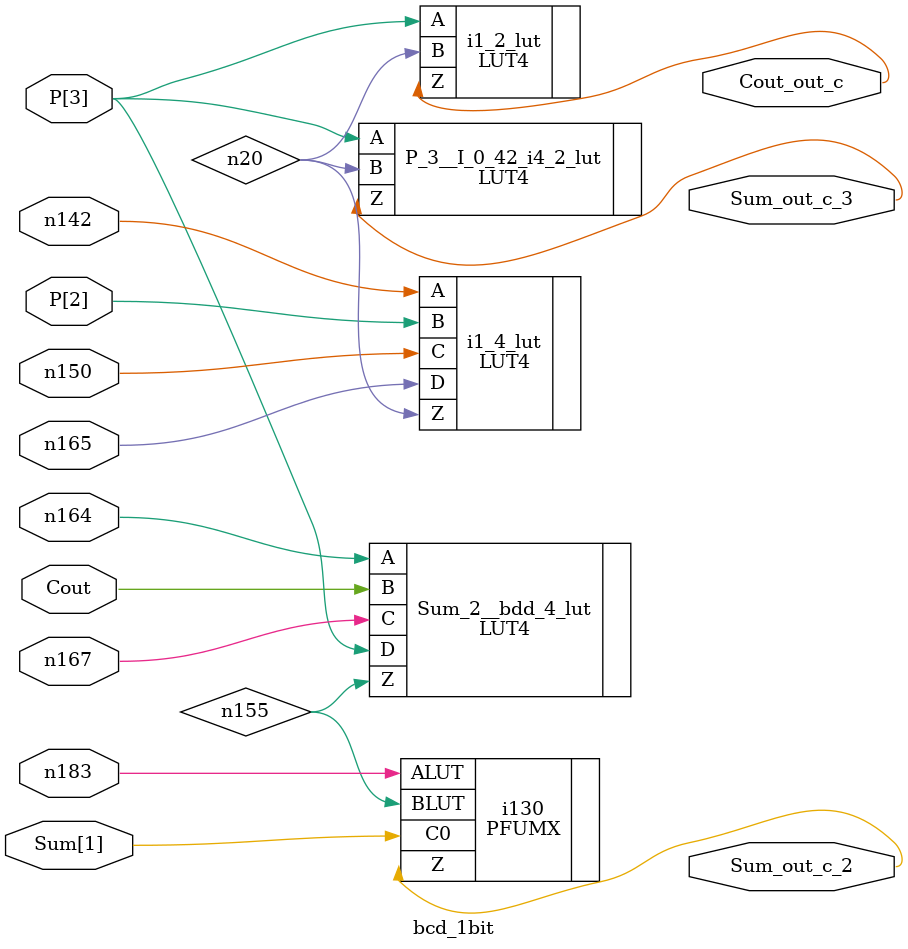
<source format=v>

module somador_bcd (Cin, A, B, Cout_out, Sum_out);   // d:/rtl_fpga/verilog/aula20_bcd/somador_bcd.vhd(3[8:19])
    input Cin;   // d:/rtl_fpga/verilog/aula20_bcd/somador_bcd.vhd(5[3:6])
    input [3:0]A;   // d:/rtl_fpga/verilog/aula20_bcd/somador_bcd.vhd(6[4:5])
    input [3:0]B;   // d:/rtl_fpga/verilog/aula20_bcd/somador_bcd.vhd(6[6:7])
    output Cout_out;   // d:/rtl_fpga/verilog/aula20_bcd/somador_bcd.vhd(7[4:12])
    output [3:0]Sum_out;   // d:/rtl_fpga/verilog/aula20_bcd/somador_bcd.vhd(8[4:11])
    
    
    wire Cin_c, A_c_3, A_c_2, A_c_1, A_c_0, B_c_3, B_c_2, B_c_1, 
        B_c_0, Cout_out_c, Sum_out_c_3, Sum_out_c_2, Sum_out_c_1, 
        Sum_out_c_0;
    wire [3:0]Sum;   // d:/rtl_fpga/verilog/aula20_bcd/somador_bcd.vhd(31[8:11])
    
    wire VCC_net, Cout, GND_net;
    wire [3:0]P;   // d:/rtl_fpga/verilog/aula20_bcd/bcd_1bit.vhd(16[9:10])
    
    wire n183;
    wire [3:0]P_adj_37;   // d:/rtl_fpga/verilog/aula20_bcd/bcd_1bit.vhd(16[9:10])
    
    wire n165, n164, n150, n163, n142, n167;
    
    VLO i141 (.Z(GND_net));
    OB Sum_out_pad_2 (.I(Sum_out_c_2), .O(Sum_out[2]));   // d:/rtl_fpga/verilog/aula20_bcd/somador_bcd.vhd(8[4:11])
    IB A_pad_2 (.I(A[2]), .O(A_c_2));   // d:/rtl_fpga/verilog/aula20_bcd/somador_bcd.vhd(6[4:5])
    IB A_pad_3 (.I(A[3]), .O(A_c_3));   // d:/rtl_fpga/verilog/aula20_bcd/somador_bcd.vhd(6[4:5])
    OB Sum_out_pad_3 (.I(Sum_out_c_3), .O(Sum_out[3]));   // d:/rtl_fpga/verilog/aula20_bcd/somador_bcd.vhd(8[4:11])
    IB Cin_pad (.I(Cin), .O(Cin_c));   // d:/rtl_fpga/verilog/aula20_bcd/somador_bcd.vhd(5[3:6])
    OB Cout_out_pad (.I(Cout_out_c), .O(Cout_out));   // d:/rtl_fpga/verilog/aula20_bcd/somador_bcd.vhd(7[4:12])
    IB A_pad_1 (.I(A[1]), .O(A_c_1));   // d:/rtl_fpga/verilog/aula20_bcd/somador_bcd.vhd(6[4:5])
    OB Sum_out_pad_0 (.I(Sum_out_c_0), .O(Sum_out[0]));   // d:/rtl_fpga/verilog/aula20_bcd/somador_bcd.vhd(8[4:11])
    OB Sum_out_pad_1 (.I(Sum_out_c_1), .O(Sum_out[1]));   // d:/rtl_fpga/verilog/aula20_bcd/somador_bcd.vhd(8[4:11])
    GSR GSR_INST (.GSR(VCC_net));
    IB A_pad_0 (.I(A[0]), .O(A_c_0));   // d:/rtl_fpga/verilog/aula20_bcd/somador_bcd.vhd(6[4:5])
    IB B_pad_3 (.I(B[3]), .O(B_c_3));   // d:/rtl_fpga/verilog/aula20_bcd/somador_bcd.vhd(6[6:7])
    IB B_pad_2 (.I(B[2]), .O(B_c_2));   // d:/rtl_fpga/verilog/aula20_bcd/somador_bcd.vhd(6[6:7])
    IB B_pad_1 (.I(B[1]), .O(B_c_1));   // d:/rtl_fpga/verilog/aula20_bcd/somador_bcd.vhd(6[6:7])
    IB B_pad_0 (.I(B[0]), .O(B_c_0));   // d:/rtl_fpga/verilog/aula20_bcd/somador_bcd.vhd(6[6:7])
    bcd_1bit_U0 s1 (.A_c_2(A_c_2), .B_c_2(B_c_2), .A_c_0(A_c_0), .B_c_0(B_c_0), 
            .Cout(Cout), .Cin_c(Cin_c), .Sum_out_c_0(Sum_out_c_0), .A_c_1(A_c_1), 
            .B_c_1(B_c_1), .n165(n165), .\P[2] (P[2]), .\P[3] (P_adj_37[3]), 
            .\Sum[1] (Sum[1]), .n150(n150), .n183(n183), .n164(n164), 
            .A_c_3(A_c_3), .B_c_3(B_c_3), .n167(n167), .n163(n163));   // d:/rtl_fpga/verilog/aula20_bcd/somador_bcd.vhd(36[6:14])
    VHI i59 (.Z(VCC_net));
    corretor c1 (.\P[3] (P_adj_37[3]), .\Sum[1] (Sum[1]), .n164(n164), 
            .Cout(Cout), .n142(n142), .n163(n163), .n167(n167), .Sum_out_c_1(Sum_out_c_1));   // d:/rtl_fpga/verilog/aula20_bcd/somador_bcd.vhd(46[6:14])
    PUR PUR_INST (.PUR(VCC_net));
    defparam PUR_INST.RST_PULSE = 1;
    bcd_1bit s2 (.\P[3] (P_adj_37[3]), .Cout_out_c(Cout_out_c), .Sum_out_c_3(Sum_out_c_3), 
            .n142(n142), .\P[2] (P[2]), .n150(n150), .n165(n165), .n164(n164), 
            .Cout(Cout), .n167(n167), .n183(n183), .\Sum[1] (Sum[1]), 
            .Sum_out_c_2(Sum_out_c_2));   // d:/rtl_fpga/verilog/aula20_bcd/somador_bcd.vhd(53[6:14])
    
endmodule
//
// Verilog Description of module bcd_1bit_U0
//

module bcd_1bit_U0 (A_c_2, B_c_2, A_c_0, B_c_0, Cout, Cin_c, Sum_out_c_0, 
            A_c_1, B_c_1, n165, \P[2] , \P[3] , \Sum[1] , n150, 
            n183, n164, A_c_3, B_c_3, n167, n163);
    input A_c_2;
    input B_c_2;
    input A_c_0;
    input B_c_0;
    output Cout;
    input Cin_c;
    output Sum_out_c_0;
    input A_c_1;
    input B_c_1;
    output n165;
    output \P[2] ;
    output \P[3] ;
    output \Sum[1] ;
    output n150;
    output n183;
    output n164;
    input A_c_3;
    input B_c_3;
    output n167;
    output n163;
    
    
    wire Cout_N_19, n166, n4, n172, n171, n168, n170;
    wire [3:0]G;   // d:/rtl_fpga/verilog/aula20_bcd/bcd_1bit.vhd(16[11:12])
    
    wire n169;
    
    LUT4 i1_4_lut_4_lut (.A(A_c_2), .B(B_c_2), .C(Cout_N_19), .D(n166), 
         .Z(n4)) /* synthesis lut_function=(A (B+(C+(D)))+!A (B (C+(D)))) */ ;   // d:/rtl_fpga/verilog/aula20_bcd/bcd_1bit.vhd(26[10:144])
    defparam i1_4_lut_4_lut.init = 16'heee8;
    LUT4 P_3__I_0_42_i1_2_lut_3_lut_4_lut (.A(A_c_0), .B(B_c_0), .C(Cout), 
         .D(Cin_c), .Z(Sum_out_c_0)) /* synthesis lut_function=(!(A (B (C (D)+!C !(D))+!B !(C (D)+!C !(D)))+!A !(B (C (D)+!C !(D))+!B !(C (D)+!C !(D))))) */ ;   // d:/rtl_fpga/verilog/aula20_bcd/bcd_1bit.vhd(18[5:6])
    defparam P_3__I_0_42_i1_2_lut_3_lut_4_lut.init = 16'h6996;
    LUT4 A_3__I_0_40_i2_2_lut_rep_11 (.A(A_c_1), .B(B_c_1), .Z(n172)) /* synthesis lut_function=(!(A (B)+!A !(B))) */ ;   // d:/rtl_fpga/verilog/aula20_bcd/bcd_1bit.vhd(18[5:6])
    defparam A_3__I_0_40_i2_2_lut_rep_11.init = 16'h6666;
    LUT4 Cin_c_bdd_4_lut (.A(Cin_c), .B(n171), .C(B_c_1), .D(A_c_1), 
         .Z(n166)) /* synthesis lut_function=(A (B (C+(D))+!B (C (D)))+!A (C (D))) */ ;
    defparam Cin_c_bdd_4_lut.init = 16'hf880;
    LUT4 i1_2_lut_3_lut_4_lut (.A(A_c_1), .B(B_c_1), .C(B_c_0), .D(A_c_0), 
         .Z(Cout_N_19)) /* synthesis lut_function=(!(A (B+!(C (D)))+!A !(B (C (D))))) */ ;   // d:/rtl_fpga/verilog/aula20_bcd/bcd_1bit.vhd(18[5:6])
    defparam i1_2_lut_3_lut_4_lut.init = 16'h6000;
    LUT4 i1_3_lut_rep_4_4_lut_4_lut (.A(A_c_1), .B(B_c_1), .C(n168), .D(n170), 
         .Z(n165)) /* synthesis lut_function=(A (B+(C+(D)))+!A (B (C+(D)))) */ ;   // d:/rtl_fpga/verilog/aula20_bcd/bcd_1bit.vhd(25[10:98])
    defparam i1_3_lut_rep_4_4_lut_4_lut.init = 16'heee8;
    LUT4 A_3__I_0_i3_2_lut (.A(A_c_2), .B(B_c_2), .Z(G[2])) /* synthesis lut_function=(A (B)) */ ;   // d:/rtl_fpga/verilog/aula20_bcd/bcd_1bit.vhd(19[7:8])
    defparam A_3__I_0_i3_2_lut.init = 16'h8888;
    LUT4 A_3__I_0_40_i1_2_lut_rep_10 (.A(A_c_0), .B(B_c_0), .Z(n171)) /* synthesis lut_function=(!(A (B)+!A !(B))) */ ;   // d:/rtl_fpga/verilog/aula20_bcd/bcd_1bit.vhd(18[5:6])
    defparam A_3__I_0_40_i1_2_lut_rep_10.init = 16'h6666;
    LUT4 A_3__I_0_40_i3_2_lut (.A(A_c_2), .B(B_c_2), .Z(\P[2] )) /* synthesis lut_function=(!(A (B)+!A !(B))) */ ;   // d:/rtl_fpga/verilog/aula20_bcd/bcd_1bit.vhd(18[5:6])
    defparam A_3__I_0_40_i3_2_lut.init = 16'h6666;
    LUT4 P_3__I_0_42_i4_4_lut (.A(n169), .B(G[2]), .C(\P[2] ), .D(n165), 
         .Z(\P[3] )) /* synthesis lut_function=(!(A (B+(C (D)))+!A !(B+(C (D))))) */ ;   // d:/rtl_fpga/verilog/aula20_bcd/bcd_1bit.vhd(27[9:10])
    defparam P_3__I_0_42_i4_4_lut.init = 16'h5666;
    LUT4 A_3__I_0_i1_2_lut_rep_9 (.A(A_c_0), .B(B_c_0), .Z(n170)) /* synthesis lut_function=(A (B)) */ ;   // d:/rtl_fpga/verilog/aula20_bcd/bcd_1bit.vhd(19[7:8])
    defparam A_3__I_0_i1_2_lut_rep_9.init = 16'h8888;
    LUT4 P_3__I_0_42_i2_4_lut (.A(n172), .B(n170), .C(n171), .D(Cin_c), 
         .Z(\Sum[1] )) /* synthesis lut_function=(!(A (B+(C (D)))+!A !(B+(C (D))))) */ ;   // d:/rtl_fpga/verilog/aula20_bcd/bcd_1bit.vhd(27[9:10])
    defparam P_3__I_0_42_i2_4_lut.init = 16'h5666;
    LUT4 i125_3_lut_4_lut (.A(n171), .B(Cin_c), .C(Cout), .D(\Sum[1] ), 
         .Z(n150)) /* synthesis lut_function=(A (B (D)+!B (C+(D)))+!A (B (C+(D))+!B (D))) */ ;   // d:/rtl_fpga/verilog/aula20_bcd/bcd_1bit.vhd(27[9:10])
    defparam i125_3_lut_4_lut.init = 16'hff60;
    LUT4 i1_2_lut_rep_7_3_lut (.A(A_c_0), .B(B_c_0), .C(Cin_c), .Z(n168)) /* synthesis lut_function=(!(A (B+!(C))+!A !(B (C)))) */ ;   // d:/rtl_fpga/verilog/aula20_bcd/bcd_1bit.vhd(18[5:6])
    defparam i1_2_lut_rep_7_3_lut.init = 16'h6060;
    LUT4 P_3__I_0_42_i3_2_lut_rep_12 (.A(n172), .B(n166), .C(n170), .D(\P[2] ), 
         .Z(n183)) /* synthesis lut_function=(!(A (B (D)+!B (C (D)+!C !(D)))+!A (B (D)+!B !(D)))) */ ;   // d:/rtl_fpga/verilog/aula20_bcd/bcd_1bit.vhd(25[10:98])
    defparam P_3__I_0_42_i3_2_lut_rep_12.init = 16'h13ec;
    LUT4 P_3__I_0_42_i3_2_lut_rep_3_4_lut (.A(n172), .B(n166), .C(n170), 
         .D(\P[2] ), .Z(n164)) /* synthesis lut_function=(!(A (B (D)+!B (C (D)+!C !(D)))+!A (B (D)+!B !(D)))) */ ;   // d:/rtl_fpga/verilog/aula20_bcd/bcd_1bit.vhd(25[10:98])
    defparam P_3__I_0_42_i3_2_lut_rep_3_4_lut.init = 16'h13ec;
    LUT4 A_3__I_0_40_i4_2_lut_rep_8 (.A(A_c_3), .B(B_c_3), .Z(n169)) /* synthesis lut_function=(!(A (B)+!A !(B))) */ ;   // d:/rtl_fpga/verilog/aula20_bcd/bcd_1bit.vhd(18[5:6])
    defparam A_3__I_0_40_i4_2_lut_rep_8.init = 16'h6666;
    LUT4 i1_4_lut_3_lut (.A(A_c_3), .B(B_c_3), .C(n4), .Z(Cout)) /* synthesis lut_function=(A (B+(C))+!A (B (C))) */ ;   // d:/rtl_fpga/verilog/aula20_bcd/bcd_1bit.vhd(18[5:6])
    defparam i1_4_lut_3_lut.init = 16'he8e8;
    LUT4 P_3__I_0_42_i1_2_lut_rep_6_3_lut (.A(A_c_0), .B(B_c_0), .C(Cin_c), 
         .Z(n167)) /* synthesis lut_function=(A (B (C)+!B !(C))+!A !(B (C)+!B !(C))) */ ;   // d:/rtl_fpga/verilog/aula20_bcd/bcd_1bit.vhd(18[5:6])
    defparam P_3__I_0_42_i1_2_lut_rep_6_3_lut.init = 16'h9696;
    LUT4 i12_3_lut_rep_2_4_lut (.A(\P[2] ), .B(n165), .C(\Sum[1] ), .D(\P[3] ), 
         .Z(n163)) /* synthesis lut_function=(A (B (C (D))+!B (D))+!A (B (D)+!B (C (D)))) */ ;   // d:/rtl_fpga/verilog/aula20_bcd/bcd_1bit.vhd(27[9:10])
    defparam i12_3_lut_rep_2_4_lut.init = 16'hf600;
    
endmodule
//
// Verilog Description of module corretor
//

module corretor (\P[3] , \Sum[1] , n164, Cout, n142, n163, n167, 
            Sum_out_c_1);
    input \P[3] ;
    input \Sum[1] ;
    input n164;
    input Cout;
    output n142;
    input n163;
    input n167;
    output Sum_out_c_1;
    
    
    LUT4 i116_2_lut_4_lut (.A(\P[3] ), .B(\Sum[1] ), .C(n164), .D(Cout), 
         .Z(n142)) /* synthesis lut_function=(A (B+(C+(D)))+!A (D)) */ ;   // d:/rtl_fpga/verilog/aula20_bcd/detector.vhd(16[31:73])
    defparam i116_2_lut_4_lut.init = 16'hffa8;
    LUT4 i2_4_lut_4_lut (.A(Cout), .B(n163), .C(n167), .D(\Sum[1] ), 
         .Z(Sum_out_c_1)) /* synthesis lut_function=(A (C (D)+!C !(D))+!A !(B (D)+!B !(D))) */ ;   // d:/rtl_fpga/verilog/aula20_bcd/detector.vhd(16[22:74])
    defparam i2_4_lut_4_lut.init = 16'hb14e;
    
endmodule
//
// Verilog Description of module PUR
// module not written out since it is a black-box. 
//

//
// Verilog Description of module bcd_1bit
//

module bcd_1bit (\P[3] , Cout_out_c, Sum_out_c_3, n142, \P[2] , n150, 
            n165, n164, Cout, n167, n183, \Sum[1] , Sum_out_c_2);
    input \P[3] ;
    output Cout_out_c;
    output Sum_out_c_3;
    input n142;
    input \P[2] ;
    input n150;
    input n165;
    input n164;
    input Cout;
    input n167;
    input n183;
    input \Sum[1] ;
    output Sum_out_c_2;
    
    
    wire n20, n155;
    
    LUT4 i1_2_lut (.A(\P[3] ), .B(n20), .Z(Cout_out_c)) /* synthesis lut_function=(!((B)+!A)) */ ;   // d:/rtl_fpga/verilog/aula20_bcd/bcd_1bit.vhd(26[19:32])
    defparam i1_2_lut.init = 16'h2222;
    LUT4 P_3__I_0_42_i4_2_lut (.A(\P[3] ), .B(n20), .Z(Sum_out_c_3)) /* synthesis lut_function=(A (B)+!A !(B)) */ ;   // d:/rtl_fpga/verilog/aula20_bcd/bcd_1bit.vhd(27[9:10])
    defparam P_3__I_0_42_i4_2_lut.init = 16'h9999;
    LUT4 i1_4_lut (.A(n142), .B(\P[2] ), .C(n150), .D(n165), .Z(n20)) /* synthesis lut_function=(!(A (B (C+!(D))+!B (C+(D))))) */ ;   // d:/rtl_fpga/verilog/aula20_bcd/bcd_1bit.vhd(26[10:144])
    defparam i1_4_lut.init = 16'h5d57;
    LUT4 Sum_2__bdd_4_lut (.A(n164), .B(Cout), .C(n167), .D(\P[3] ), 
         .Z(n155)) /* synthesis lut_function=(A (B (C)+!B !(D))+!A !((C)+!B)) */ ;
    defparam Sum_2__bdd_4_lut.init = 16'h84a6;
    PFUMX i130 (.BLUT(n155), .ALUT(n183), .C0(\Sum[1] ), .Z(Sum_out_c_2));
    
endmodule

</source>
